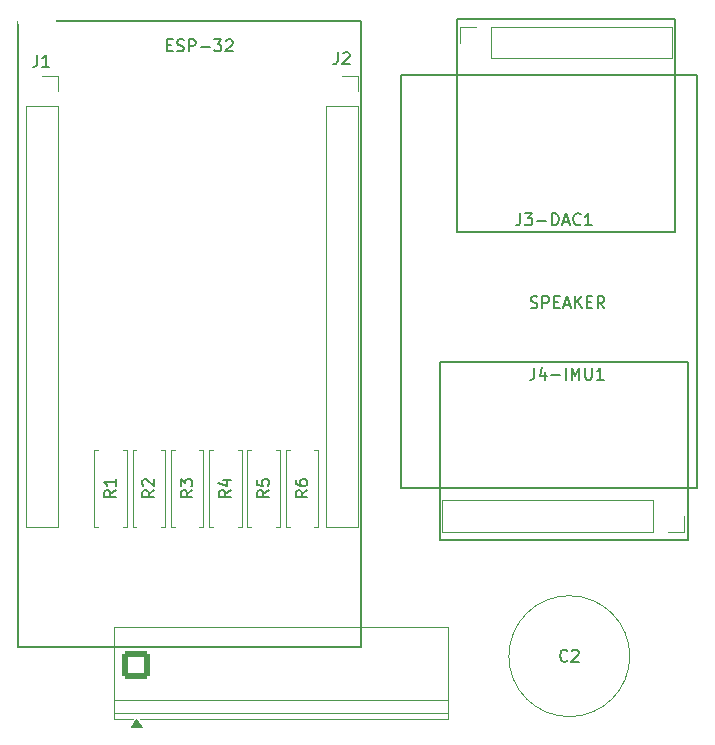
<source format=gto>
%TF.GenerationSoftware,KiCad,Pcbnew,9.0.5*%
%TF.CreationDate,2025-12-28T15:34:22+02:00*%
%TF.ProjectId,base-schematic-02,62617365-2d73-4636-9865-6d617469632d,rev?*%
%TF.SameCoordinates,Original*%
%TF.FileFunction,Legend,Top*%
%TF.FilePolarity,Positive*%
%FSLAX46Y46*%
G04 Gerber Fmt 4.6, Leading zero omitted, Abs format (unit mm)*
G04 Created by KiCad (PCBNEW 9.0.5) date 2025-12-28 15:34:22*
%MOMM*%
%LPD*%
G01*
G04 APERTURE LIST*
G04 Aperture macros list*
%AMRoundRect*
0 Rectangle with rounded corners*
0 $1 Rounding radius*
0 $2 $3 $4 $5 $6 $7 $8 $9 X,Y pos of 4 corners*
0 Add a 4 corners polygon primitive as box body*
4,1,4,$2,$3,$4,$5,$6,$7,$8,$9,$2,$3,0*
0 Add four circle primitives for the rounded corners*
1,1,$1+$1,$2,$3*
1,1,$1+$1,$4,$5*
1,1,$1+$1,$6,$7*
1,1,$1+$1,$8,$9*
0 Add four rect primitives between the rounded corners*
20,1,$1+$1,$2,$3,$4,$5,0*
20,1,$1+$1,$4,$5,$6,$7,0*
20,1,$1+$1,$6,$7,$8,$9,0*
20,1,$1+$1,$8,$9,$2,$3,0*%
G04 Aperture macros list end*
%ADD10C,0.200000*%
%ADD11C,0.150000*%
%ADD12C,0.120000*%
%ADD13R,1.700000X1.700000*%
%ADD14C,1.700000*%
%ADD15C,3.200000*%
%ADD16C,1.600000*%
%ADD17RoundRect,0.250001X-0.949999X-0.949999X0.949999X-0.949999X0.949999X0.949999X-0.949999X0.949999X0*%
%ADD18C,2.400000*%
G04 APERTURE END LIST*
D10*
X87709138Y-82394959D02*
X108709138Y-82394959D01*
X108709138Y-97394959D01*
X87709138Y-97394959D01*
X87709138Y-82394959D01*
X84450000Y-58025000D02*
X109450000Y-58025000D01*
X109450000Y-93025000D01*
X84450000Y-93025000D01*
X84450000Y-58025000D01*
X52000000Y-53460000D02*
X81000000Y-53460000D01*
X81000000Y-106460000D01*
X52000000Y-106460000D01*
X52000000Y-53460000D01*
X89130000Y-53325000D02*
X107630000Y-53325000D01*
X107630000Y-71325000D01*
X89130000Y-71325000D01*
X89130000Y-53325000D01*
D11*
X64588095Y-55531009D02*
X64921428Y-55531009D01*
X65064285Y-56054819D02*
X64588095Y-56054819D01*
X64588095Y-56054819D02*
X64588095Y-55054819D01*
X64588095Y-55054819D02*
X65064285Y-55054819D01*
X65445238Y-56007200D02*
X65588095Y-56054819D01*
X65588095Y-56054819D02*
X65826190Y-56054819D01*
X65826190Y-56054819D02*
X65921428Y-56007200D01*
X65921428Y-56007200D02*
X65969047Y-55959580D01*
X65969047Y-55959580D02*
X66016666Y-55864342D01*
X66016666Y-55864342D02*
X66016666Y-55769104D01*
X66016666Y-55769104D02*
X65969047Y-55673866D01*
X65969047Y-55673866D02*
X65921428Y-55626247D01*
X65921428Y-55626247D02*
X65826190Y-55578628D01*
X65826190Y-55578628D02*
X65635714Y-55531009D01*
X65635714Y-55531009D02*
X65540476Y-55483390D01*
X65540476Y-55483390D02*
X65492857Y-55435771D01*
X65492857Y-55435771D02*
X65445238Y-55340533D01*
X65445238Y-55340533D02*
X65445238Y-55245295D01*
X65445238Y-55245295D02*
X65492857Y-55150057D01*
X65492857Y-55150057D02*
X65540476Y-55102438D01*
X65540476Y-55102438D02*
X65635714Y-55054819D01*
X65635714Y-55054819D02*
X65873809Y-55054819D01*
X65873809Y-55054819D02*
X66016666Y-55102438D01*
X66445238Y-56054819D02*
X66445238Y-55054819D01*
X66445238Y-55054819D02*
X66826190Y-55054819D01*
X66826190Y-55054819D02*
X66921428Y-55102438D01*
X66921428Y-55102438D02*
X66969047Y-55150057D01*
X66969047Y-55150057D02*
X67016666Y-55245295D01*
X67016666Y-55245295D02*
X67016666Y-55388152D01*
X67016666Y-55388152D02*
X66969047Y-55483390D01*
X66969047Y-55483390D02*
X66921428Y-55531009D01*
X66921428Y-55531009D02*
X66826190Y-55578628D01*
X66826190Y-55578628D02*
X66445238Y-55578628D01*
X67445238Y-55673866D02*
X68207143Y-55673866D01*
X68588095Y-55054819D02*
X69207142Y-55054819D01*
X69207142Y-55054819D02*
X68873809Y-55435771D01*
X68873809Y-55435771D02*
X69016666Y-55435771D01*
X69016666Y-55435771D02*
X69111904Y-55483390D01*
X69111904Y-55483390D02*
X69159523Y-55531009D01*
X69159523Y-55531009D02*
X69207142Y-55626247D01*
X69207142Y-55626247D02*
X69207142Y-55864342D01*
X69207142Y-55864342D02*
X69159523Y-55959580D01*
X69159523Y-55959580D02*
X69111904Y-56007200D01*
X69111904Y-56007200D02*
X69016666Y-56054819D01*
X69016666Y-56054819D02*
X68730952Y-56054819D01*
X68730952Y-56054819D02*
X68635714Y-56007200D01*
X68635714Y-56007200D02*
X68588095Y-55959580D01*
X69588095Y-55150057D02*
X69635714Y-55102438D01*
X69635714Y-55102438D02*
X69730952Y-55054819D01*
X69730952Y-55054819D02*
X69969047Y-55054819D01*
X69969047Y-55054819D02*
X70064285Y-55102438D01*
X70064285Y-55102438D02*
X70111904Y-55150057D01*
X70111904Y-55150057D02*
X70159523Y-55245295D01*
X70159523Y-55245295D02*
X70159523Y-55340533D01*
X70159523Y-55340533D02*
X70111904Y-55483390D01*
X70111904Y-55483390D02*
X69540476Y-56054819D01*
X69540476Y-56054819D02*
X70159523Y-56054819D01*
X95380952Y-77757200D02*
X95523809Y-77804819D01*
X95523809Y-77804819D02*
X95761904Y-77804819D01*
X95761904Y-77804819D02*
X95857142Y-77757200D01*
X95857142Y-77757200D02*
X95904761Y-77709580D01*
X95904761Y-77709580D02*
X95952380Y-77614342D01*
X95952380Y-77614342D02*
X95952380Y-77519104D01*
X95952380Y-77519104D02*
X95904761Y-77423866D01*
X95904761Y-77423866D02*
X95857142Y-77376247D01*
X95857142Y-77376247D02*
X95761904Y-77328628D01*
X95761904Y-77328628D02*
X95571428Y-77281009D01*
X95571428Y-77281009D02*
X95476190Y-77233390D01*
X95476190Y-77233390D02*
X95428571Y-77185771D01*
X95428571Y-77185771D02*
X95380952Y-77090533D01*
X95380952Y-77090533D02*
X95380952Y-76995295D01*
X95380952Y-76995295D02*
X95428571Y-76900057D01*
X95428571Y-76900057D02*
X95476190Y-76852438D01*
X95476190Y-76852438D02*
X95571428Y-76804819D01*
X95571428Y-76804819D02*
X95809523Y-76804819D01*
X95809523Y-76804819D02*
X95952380Y-76852438D01*
X96380952Y-77804819D02*
X96380952Y-76804819D01*
X96380952Y-76804819D02*
X96761904Y-76804819D01*
X96761904Y-76804819D02*
X96857142Y-76852438D01*
X96857142Y-76852438D02*
X96904761Y-76900057D01*
X96904761Y-76900057D02*
X96952380Y-76995295D01*
X96952380Y-76995295D02*
X96952380Y-77138152D01*
X96952380Y-77138152D02*
X96904761Y-77233390D01*
X96904761Y-77233390D02*
X96857142Y-77281009D01*
X96857142Y-77281009D02*
X96761904Y-77328628D01*
X96761904Y-77328628D02*
X96380952Y-77328628D01*
X97380952Y-77281009D02*
X97714285Y-77281009D01*
X97857142Y-77804819D02*
X97380952Y-77804819D01*
X97380952Y-77804819D02*
X97380952Y-76804819D01*
X97380952Y-76804819D02*
X97857142Y-76804819D01*
X98238095Y-77519104D02*
X98714285Y-77519104D01*
X98142857Y-77804819D02*
X98476190Y-76804819D01*
X98476190Y-76804819D02*
X98809523Y-77804819D01*
X99142857Y-77804819D02*
X99142857Y-76804819D01*
X99714285Y-77804819D02*
X99285714Y-77233390D01*
X99714285Y-76804819D02*
X99142857Y-77376247D01*
X100142857Y-77281009D02*
X100476190Y-77281009D01*
X100619047Y-77804819D02*
X100142857Y-77804819D01*
X100142857Y-77804819D02*
X100142857Y-76804819D01*
X100142857Y-76804819D02*
X100619047Y-76804819D01*
X101619047Y-77804819D02*
X101285714Y-77328628D01*
X101047619Y-77804819D02*
X101047619Y-76804819D01*
X101047619Y-76804819D02*
X101428571Y-76804819D01*
X101428571Y-76804819D02*
X101523809Y-76852438D01*
X101523809Y-76852438D02*
X101571428Y-76900057D01*
X101571428Y-76900057D02*
X101619047Y-76995295D01*
X101619047Y-76995295D02*
X101619047Y-77138152D01*
X101619047Y-77138152D02*
X101571428Y-77233390D01*
X101571428Y-77233390D02*
X101523809Y-77281009D01*
X101523809Y-77281009D02*
X101428571Y-77328628D01*
X101428571Y-77328628D02*
X101047619Y-77328628D01*
X79066666Y-56144819D02*
X79066666Y-56859104D01*
X79066666Y-56859104D02*
X79019047Y-57001961D01*
X79019047Y-57001961D02*
X78923809Y-57097200D01*
X78923809Y-57097200D02*
X78780952Y-57144819D01*
X78780952Y-57144819D02*
X78685714Y-57144819D01*
X79495238Y-56240057D02*
X79542857Y-56192438D01*
X79542857Y-56192438D02*
X79638095Y-56144819D01*
X79638095Y-56144819D02*
X79876190Y-56144819D01*
X79876190Y-56144819D02*
X79971428Y-56192438D01*
X79971428Y-56192438D02*
X80019047Y-56240057D01*
X80019047Y-56240057D02*
X80066666Y-56335295D01*
X80066666Y-56335295D02*
X80066666Y-56430533D01*
X80066666Y-56430533D02*
X80019047Y-56573390D01*
X80019047Y-56573390D02*
X79447619Y-57144819D01*
X79447619Y-57144819D02*
X80066666Y-57144819D01*
X53606666Y-56374819D02*
X53606666Y-57089104D01*
X53606666Y-57089104D02*
X53559047Y-57231961D01*
X53559047Y-57231961D02*
X53463809Y-57327200D01*
X53463809Y-57327200D02*
X53320952Y-57374819D01*
X53320952Y-57374819D02*
X53225714Y-57374819D01*
X54606666Y-57374819D02*
X54035238Y-57374819D01*
X54320952Y-57374819D02*
X54320952Y-56374819D01*
X54320952Y-56374819D02*
X54225714Y-56517676D01*
X54225714Y-56517676D02*
X54130476Y-56612914D01*
X54130476Y-56612914D02*
X54035238Y-56660533D01*
X63507819Y-93231666D02*
X63031628Y-93564999D01*
X63507819Y-93803094D02*
X62507819Y-93803094D01*
X62507819Y-93803094D02*
X62507819Y-93422142D01*
X62507819Y-93422142D02*
X62555438Y-93326904D01*
X62555438Y-93326904D02*
X62603057Y-93279285D01*
X62603057Y-93279285D02*
X62698295Y-93231666D01*
X62698295Y-93231666D02*
X62841152Y-93231666D01*
X62841152Y-93231666D02*
X62936390Y-93279285D01*
X62936390Y-93279285D02*
X62984009Y-93326904D01*
X62984009Y-93326904D02*
X63031628Y-93422142D01*
X63031628Y-93422142D02*
X63031628Y-93803094D01*
X62603057Y-92850713D02*
X62555438Y-92803094D01*
X62555438Y-92803094D02*
X62507819Y-92707856D01*
X62507819Y-92707856D02*
X62507819Y-92469761D01*
X62507819Y-92469761D02*
X62555438Y-92374523D01*
X62555438Y-92374523D02*
X62603057Y-92326904D01*
X62603057Y-92326904D02*
X62698295Y-92279285D01*
X62698295Y-92279285D02*
X62793533Y-92279285D01*
X62793533Y-92279285D02*
X62936390Y-92326904D01*
X62936390Y-92326904D02*
X63507819Y-92898332D01*
X63507819Y-92898332D02*
X63507819Y-92279285D01*
X60264819Y-93231666D02*
X59788628Y-93564999D01*
X60264819Y-93803094D02*
X59264819Y-93803094D01*
X59264819Y-93803094D02*
X59264819Y-93422142D01*
X59264819Y-93422142D02*
X59312438Y-93326904D01*
X59312438Y-93326904D02*
X59360057Y-93279285D01*
X59360057Y-93279285D02*
X59455295Y-93231666D01*
X59455295Y-93231666D02*
X59598152Y-93231666D01*
X59598152Y-93231666D02*
X59693390Y-93279285D01*
X59693390Y-93279285D02*
X59741009Y-93326904D01*
X59741009Y-93326904D02*
X59788628Y-93422142D01*
X59788628Y-93422142D02*
X59788628Y-93803094D01*
X60264819Y-92279285D02*
X60264819Y-92850713D01*
X60264819Y-92564999D02*
X59264819Y-92564999D01*
X59264819Y-92564999D02*
X59407676Y-92660237D01*
X59407676Y-92660237D02*
X59502914Y-92755475D01*
X59502914Y-92755475D02*
X59550533Y-92850713D01*
X94517857Y-69779819D02*
X94517857Y-70494104D01*
X94517857Y-70494104D02*
X94470238Y-70636961D01*
X94470238Y-70636961D02*
X94375000Y-70732200D01*
X94375000Y-70732200D02*
X94232143Y-70779819D01*
X94232143Y-70779819D02*
X94136905Y-70779819D01*
X94898810Y-69779819D02*
X95517857Y-69779819D01*
X95517857Y-69779819D02*
X95184524Y-70160771D01*
X95184524Y-70160771D02*
X95327381Y-70160771D01*
X95327381Y-70160771D02*
X95422619Y-70208390D01*
X95422619Y-70208390D02*
X95470238Y-70256009D01*
X95470238Y-70256009D02*
X95517857Y-70351247D01*
X95517857Y-70351247D02*
X95517857Y-70589342D01*
X95517857Y-70589342D02*
X95470238Y-70684580D01*
X95470238Y-70684580D02*
X95422619Y-70732200D01*
X95422619Y-70732200D02*
X95327381Y-70779819D01*
X95327381Y-70779819D02*
X95041667Y-70779819D01*
X95041667Y-70779819D02*
X94946429Y-70732200D01*
X94946429Y-70732200D02*
X94898810Y-70684580D01*
X95946429Y-70398866D02*
X96708334Y-70398866D01*
X97184524Y-70779819D02*
X97184524Y-69779819D01*
X97184524Y-69779819D02*
X97422619Y-69779819D01*
X97422619Y-69779819D02*
X97565476Y-69827438D01*
X97565476Y-69827438D02*
X97660714Y-69922676D01*
X97660714Y-69922676D02*
X97708333Y-70017914D01*
X97708333Y-70017914D02*
X97755952Y-70208390D01*
X97755952Y-70208390D02*
X97755952Y-70351247D01*
X97755952Y-70351247D02*
X97708333Y-70541723D01*
X97708333Y-70541723D02*
X97660714Y-70636961D01*
X97660714Y-70636961D02*
X97565476Y-70732200D01*
X97565476Y-70732200D02*
X97422619Y-70779819D01*
X97422619Y-70779819D02*
X97184524Y-70779819D01*
X98136905Y-70494104D02*
X98613095Y-70494104D01*
X98041667Y-70779819D02*
X98375000Y-69779819D01*
X98375000Y-69779819D02*
X98708333Y-70779819D01*
X99613095Y-70684580D02*
X99565476Y-70732200D01*
X99565476Y-70732200D02*
X99422619Y-70779819D01*
X99422619Y-70779819D02*
X99327381Y-70779819D01*
X99327381Y-70779819D02*
X99184524Y-70732200D01*
X99184524Y-70732200D02*
X99089286Y-70636961D01*
X99089286Y-70636961D02*
X99041667Y-70541723D01*
X99041667Y-70541723D02*
X98994048Y-70351247D01*
X98994048Y-70351247D02*
X98994048Y-70208390D01*
X98994048Y-70208390D02*
X99041667Y-70017914D01*
X99041667Y-70017914D02*
X99089286Y-69922676D01*
X99089286Y-69922676D02*
X99184524Y-69827438D01*
X99184524Y-69827438D02*
X99327381Y-69779819D01*
X99327381Y-69779819D02*
X99422619Y-69779819D01*
X99422619Y-69779819D02*
X99565476Y-69827438D01*
X99565476Y-69827438D02*
X99613095Y-69875057D01*
X100565476Y-70779819D02*
X99994048Y-70779819D01*
X100279762Y-70779819D02*
X100279762Y-69779819D01*
X100279762Y-69779819D02*
X100184524Y-69922676D01*
X100184524Y-69922676D02*
X100089286Y-70017914D01*
X100089286Y-70017914D02*
X99994048Y-70065533D01*
X69993819Y-93231666D02*
X69517628Y-93564999D01*
X69993819Y-93803094D02*
X68993819Y-93803094D01*
X68993819Y-93803094D02*
X68993819Y-93422142D01*
X68993819Y-93422142D02*
X69041438Y-93326904D01*
X69041438Y-93326904D02*
X69089057Y-93279285D01*
X69089057Y-93279285D02*
X69184295Y-93231666D01*
X69184295Y-93231666D02*
X69327152Y-93231666D01*
X69327152Y-93231666D02*
X69422390Y-93279285D01*
X69422390Y-93279285D02*
X69470009Y-93326904D01*
X69470009Y-93326904D02*
X69517628Y-93422142D01*
X69517628Y-93422142D02*
X69517628Y-93803094D01*
X69327152Y-92374523D02*
X69993819Y-92374523D01*
X68946200Y-92612618D02*
X69660485Y-92850713D01*
X69660485Y-92850713D02*
X69660485Y-92231666D01*
X98493333Y-107629580D02*
X98445714Y-107677200D01*
X98445714Y-107677200D02*
X98302857Y-107724819D01*
X98302857Y-107724819D02*
X98207619Y-107724819D01*
X98207619Y-107724819D02*
X98064762Y-107677200D01*
X98064762Y-107677200D02*
X97969524Y-107581961D01*
X97969524Y-107581961D02*
X97921905Y-107486723D01*
X97921905Y-107486723D02*
X97874286Y-107296247D01*
X97874286Y-107296247D02*
X97874286Y-107153390D01*
X97874286Y-107153390D02*
X97921905Y-106962914D01*
X97921905Y-106962914D02*
X97969524Y-106867676D01*
X97969524Y-106867676D02*
X98064762Y-106772438D01*
X98064762Y-106772438D02*
X98207619Y-106724819D01*
X98207619Y-106724819D02*
X98302857Y-106724819D01*
X98302857Y-106724819D02*
X98445714Y-106772438D01*
X98445714Y-106772438D02*
X98493333Y-106820057D01*
X98874286Y-106820057D02*
X98921905Y-106772438D01*
X98921905Y-106772438D02*
X99017143Y-106724819D01*
X99017143Y-106724819D02*
X99255238Y-106724819D01*
X99255238Y-106724819D02*
X99350476Y-106772438D01*
X99350476Y-106772438D02*
X99398095Y-106820057D01*
X99398095Y-106820057D02*
X99445714Y-106915295D01*
X99445714Y-106915295D02*
X99445714Y-107010533D01*
X99445714Y-107010533D02*
X99398095Y-107153390D01*
X99398095Y-107153390D02*
X98826667Y-107724819D01*
X98826667Y-107724819D02*
X99445714Y-107724819D01*
X76479819Y-93231666D02*
X76003628Y-93564999D01*
X76479819Y-93803094D02*
X75479819Y-93803094D01*
X75479819Y-93803094D02*
X75479819Y-93422142D01*
X75479819Y-93422142D02*
X75527438Y-93326904D01*
X75527438Y-93326904D02*
X75575057Y-93279285D01*
X75575057Y-93279285D02*
X75670295Y-93231666D01*
X75670295Y-93231666D02*
X75813152Y-93231666D01*
X75813152Y-93231666D02*
X75908390Y-93279285D01*
X75908390Y-93279285D02*
X75956009Y-93326904D01*
X75956009Y-93326904D02*
X76003628Y-93422142D01*
X76003628Y-93422142D02*
X76003628Y-93803094D01*
X75479819Y-92374523D02*
X75479819Y-92564999D01*
X75479819Y-92564999D02*
X75527438Y-92660237D01*
X75527438Y-92660237D02*
X75575057Y-92707856D01*
X75575057Y-92707856D02*
X75717914Y-92803094D01*
X75717914Y-92803094D02*
X75908390Y-92850713D01*
X75908390Y-92850713D02*
X76289342Y-92850713D01*
X76289342Y-92850713D02*
X76384580Y-92803094D01*
X76384580Y-92803094D02*
X76432200Y-92755475D01*
X76432200Y-92755475D02*
X76479819Y-92660237D01*
X76479819Y-92660237D02*
X76479819Y-92469761D01*
X76479819Y-92469761D02*
X76432200Y-92374523D01*
X76432200Y-92374523D02*
X76384580Y-92326904D01*
X76384580Y-92326904D02*
X76289342Y-92279285D01*
X76289342Y-92279285D02*
X76051247Y-92279285D01*
X76051247Y-92279285D02*
X75956009Y-92326904D01*
X75956009Y-92326904D02*
X75908390Y-92374523D01*
X75908390Y-92374523D02*
X75860771Y-92469761D01*
X75860771Y-92469761D02*
X75860771Y-92660237D01*
X75860771Y-92660237D02*
X75908390Y-92755475D01*
X75908390Y-92755475D02*
X75956009Y-92803094D01*
X75956009Y-92803094D02*
X76051247Y-92850713D01*
X73236819Y-93231666D02*
X72760628Y-93564999D01*
X73236819Y-93803094D02*
X72236819Y-93803094D01*
X72236819Y-93803094D02*
X72236819Y-93422142D01*
X72236819Y-93422142D02*
X72284438Y-93326904D01*
X72284438Y-93326904D02*
X72332057Y-93279285D01*
X72332057Y-93279285D02*
X72427295Y-93231666D01*
X72427295Y-93231666D02*
X72570152Y-93231666D01*
X72570152Y-93231666D02*
X72665390Y-93279285D01*
X72665390Y-93279285D02*
X72713009Y-93326904D01*
X72713009Y-93326904D02*
X72760628Y-93422142D01*
X72760628Y-93422142D02*
X72760628Y-93803094D01*
X72236819Y-92326904D02*
X72236819Y-92803094D01*
X72236819Y-92803094D02*
X72713009Y-92850713D01*
X72713009Y-92850713D02*
X72665390Y-92803094D01*
X72665390Y-92803094D02*
X72617771Y-92707856D01*
X72617771Y-92707856D02*
X72617771Y-92469761D01*
X72617771Y-92469761D02*
X72665390Y-92374523D01*
X72665390Y-92374523D02*
X72713009Y-92326904D01*
X72713009Y-92326904D02*
X72808247Y-92279285D01*
X72808247Y-92279285D02*
X73046342Y-92279285D01*
X73046342Y-92279285D02*
X73141580Y-92326904D01*
X73141580Y-92326904D02*
X73189200Y-92374523D01*
X73189200Y-92374523D02*
X73236819Y-92469761D01*
X73236819Y-92469761D02*
X73236819Y-92707856D01*
X73236819Y-92707856D02*
X73189200Y-92803094D01*
X73189200Y-92803094D02*
X73141580Y-92850713D01*
X66750819Y-93231666D02*
X66274628Y-93564999D01*
X66750819Y-93803094D02*
X65750819Y-93803094D01*
X65750819Y-93803094D02*
X65750819Y-93422142D01*
X65750819Y-93422142D02*
X65798438Y-93326904D01*
X65798438Y-93326904D02*
X65846057Y-93279285D01*
X65846057Y-93279285D02*
X65941295Y-93231666D01*
X65941295Y-93231666D02*
X66084152Y-93231666D01*
X66084152Y-93231666D02*
X66179390Y-93279285D01*
X66179390Y-93279285D02*
X66227009Y-93326904D01*
X66227009Y-93326904D02*
X66274628Y-93422142D01*
X66274628Y-93422142D02*
X66274628Y-93803094D01*
X65750819Y-92898332D02*
X65750819Y-92279285D01*
X65750819Y-92279285D02*
X66131771Y-92612618D01*
X66131771Y-92612618D02*
X66131771Y-92469761D01*
X66131771Y-92469761D02*
X66179390Y-92374523D01*
X66179390Y-92374523D02*
X66227009Y-92326904D01*
X66227009Y-92326904D02*
X66322247Y-92279285D01*
X66322247Y-92279285D02*
X66560342Y-92279285D01*
X66560342Y-92279285D02*
X66655580Y-92326904D01*
X66655580Y-92326904D02*
X66703200Y-92374523D01*
X66703200Y-92374523D02*
X66750819Y-92469761D01*
X66750819Y-92469761D02*
X66750819Y-92755475D01*
X66750819Y-92755475D02*
X66703200Y-92850713D01*
X66703200Y-92850713D02*
X66655580Y-92898332D01*
X95707233Y-82849778D02*
X95707233Y-83564063D01*
X95707233Y-83564063D02*
X95659614Y-83706920D01*
X95659614Y-83706920D02*
X95564376Y-83802159D01*
X95564376Y-83802159D02*
X95421519Y-83849778D01*
X95421519Y-83849778D02*
X95326281Y-83849778D01*
X96611995Y-83183111D02*
X96611995Y-83849778D01*
X96373900Y-82802159D02*
X96135805Y-83516444D01*
X96135805Y-83516444D02*
X96754852Y-83516444D01*
X97135805Y-83468825D02*
X97897710Y-83468825D01*
X98373900Y-83849778D02*
X98373900Y-82849778D01*
X98850090Y-83849778D02*
X98850090Y-82849778D01*
X98850090Y-82849778D02*
X99183423Y-83564063D01*
X99183423Y-83564063D02*
X99516756Y-82849778D01*
X99516756Y-82849778D02*
X99516756Y-83849778D01*
X99992947Y-82849778D02*
X99992947Y-83659301D01*
X99992947Y-83659301D02*
X100040566Y-83754539D01*
X100040566Y-83754539D02*
X100088185Y-83802159D01*
X100088185Y-83802159D02*
X100183423Y-83849778D01*
X100183423Y-83849778D02*
X100373899Y-83849778D01*
X100373899Y-83849778D02*
X100469137Y-83802159D01*
X100469137Y-83802159D02*
X100516756Y-83754539D01*
X100516756Y-83754539D02*
X100564375Y-83659301D01*
X100564375Y-83659301D02*
X100564375Y-82849778D01*
X101564375Y-83849778D02*
X100992947Y-83849778D01*
X101278661Y-83849778D02*
X101278661Y-82849778D01*
X101278661Y-82849778D02*
X101183423Y-82992635D01*
X101183423Y-82992635D02*
X101088185Y-83087873D01*
X101088185Y-83087873D02*
X100992947Y-83135492D01*
D12*
%TO.C,J2*%
X78070000Y-60730000D02*
X78070000Y-96350000D01*
X78070000Y-60730000D02*
X80730000Y-60730000D01*
X78070000Y-96350000D02*
X80730000Y-96350000D01*
X79400000Y-58130000D02*
X80730000Y-58130000D01*
X80730000Y-58130000D02*
X80730000Y-59460000D01*
X80730000Y-60730000D02*
X80730000Y-96350000D01*
%TO.C,J1*%
X52670000Y-60730000D02*
X52670000Y-96350000D01*
X52670000Y-60730000D02*
X55330000Y-60730000D01*
X52670000Y-96350000D02*
X55330000Y-96350000D01*
X54000000Y-58130000D02*
X55330000Y-58130000D01*
X55330000Y-58130000D02*
X55330000Y-59460000D01*
X55330000Y-60730000D02*
X55330000Y-96350000D01*
%TO.C,R2*%
X61683000Y-89795000D02*
X61683000Y-96335000D01*
X61683000Y-96335000D02*
X62013000Y-96335000D01*
X62013000Y-89795000D02*
X61683000Y-89795000D01*
X64093000Y-89795000D02*
X64423000Y-89795000D01*
X64423000Y-89795000D02*
X64423000Y-96335000D01*
X64423000Y-96335000D02*
X64093000Y-96335000D01*
%TO.C,R1*%
X58440000Y-89795000D02*
X58440000Y-96335000D01*
X58440000Y-96335000D02*
X58770000Y-96335000D01*
X58770000Y-89795000D02*
X58440000Y-89795000D01*
X60850000Y-89795000D02*
X61180000Y-89795000D01*
X61180000Y-89795000D02*
X61180000Y-96335000D01*
X61180000Y-96335000D02*
X60850000Y-96335000D01*
%TO.C,J3-DAC1*%
X89420000Y-53995000D02*
X90750000Y-53995000D01*
X89420000Y-55325000D02*
X89420000Y-53995000D01*
X92020000Y-53995000D02*
X107320000Y-53995000D01*
X92020000Y-56655000D02*
X92020000Y-53995000D01*
X92020000Y-56655000D02*
X107320000Y-56655000D01*
X107320000Y-56655000D02*
X107320000Y-53995000D01*
%TO.C,R4*%
X68169000Y-89795000D02*
X68169000Y-96335000D01*
X68169000Y-96335000D02*
X68499000Y-96335000D01*
X68499000Y-89795000D02*
X68169000Y-89795000D01*
X70579000Y-89795000D02*
X70909000Y-89795000D01*
X70909000Y-89795000D02*
X70909000Y-96335000D01*
X70909000Y-96335000D02*
X70579000Y-96335000D01*
%TO.C,C2*%
X103780000Y-107270000D02*
G75*
G02*
X93540000Y-107270000I-5120000J0D01*
G01*
X93540000Y-107270000D02*
G75*
G02*
X103780000Y-107270000I5120000J0D01*
G01*
%TO.C,R6*%
X74655000Y-89795000D02*
X74655000Y-96335000D01*
X74655000Y-96335000D02*
X74985000Y-96335000D01*
X74985000Y-89795000D02*
X74655000Y-89795000D01*
X77065000Y-89795000D02*
X77395000Y-89795000D01*
X77395000Y-89795000D02*
X77395000Y-96335000D01*
X77395000Y-96335000D02*
X77065000Y-96335000D01*
%TO.C,R5*%
X71412000Y-89795000D02*
X71412000Y-96335000D01*
X71412000Y-96335000D02*
X71742000Y-96335000D01*
X71742000Y-89795000D02*
X71412000Y-89795000D01*
X73822000Y-89795000D02*
X74152000Y-89795000D01*
X74152000Y-89795000D02*
X74152000Y-96335000D01*
X74152000Y-96335000D02*
X73822000Y-96335000D01*
%TO.C,R3*%
X64926000Y-89795000D02*
X64926000Y-96335000D01*
X64926000Y-96335000D02*
X65256000Y-96335000D01*
X65256000Y-89795000D02*
X64926000Y-89795000D01*
X67336000Y-89795000D02*
X67666000Y-89795000D01*
X67666000Y-89795000D02*
X67666000Y-96335000D01*
X67666000Y-96335000D02*
X67336000Y-96335000D01*
%TO.C,J4*%
X60130000Y-104780000D02*
X88370000Y-104780000D01*
X60130000Y-111000000D02*
X88370000Y-111000000D01*
X60130000Y-112100000D02*
X88370000Y-112100000D01*
X60130000Y-112620000D02*
X60130000Y-104780000D01*
X61700000Y-112620000D02*
X60130000Y-112620000D01*
X88370000Y-104780000D02*
X88370000Y-112620000D01*
X88370000Y-112620000D02*
X62300000Y-112620000D01*
X62440000Y-113230000D02*
X61560000Y-113230000D01*
X62000000Y-112620000D01*
X62440000Y-113230000D01*
G36*
X62440000Y-113230000D02*
G01*
X61560000Y-113230000D01*
X62000000Y-112620000D01*
X62440000Y-113230000D01*
G37*
%TO.C,J4-IMU1*%
X87899138Y-94064959D02*
X87899138Y-96724959D01*
X105739138Y-94064959D02*
X87899138Y-94064959D01*
X105739138Y-94064959D02*
X105739138Y-96724959D01*
X105739138Y-96724959D02*
X87899138Y-96724959D01*
X108339138Y-95394959D02*
X108339138Y-96724959D01*
X108339138Y-96724959D02*
X107009138Y-96724959D01*
%TD*%
%LPC*%
D13*
%TO.C,J2*%
X79400000Y-59460000D03*
D14*
X79400000Y-62000000D03*
X79400000Y-64540000D03*
X79400000Y-67080000D03*
X79400000Y-69620000D03*
X79400000Y-72160000D03*
X79400000Y-74700000D03*
X79400000Y-77240000D03*
X79400000Y-79780000D03*
X79400000Y-82320000D03*
X79400000Y-84860000D03*
X79400000Y-87400000D03*
X79400000Y-89940000D03*
X79400000Y-92480000D03*
X79400000Y-95020000D03*
%TD*%
D13*
%TO.C,J1*%
X54000000Y-59460000D03*
D14*
X54000000Y-62000000D03*
X54000000Y-64540000D03*
X54000000Y-67080000D03*
X54000000Y-69620000D03*
X54000000Y-72160000D03*
X54000000Y-74700000D03*
X54000000Y-77240000D03*
X54000000Y-79780000D03*
X54000000Y-82320000D03*
X54000000Y-84860000D03*
X54000000Y-87400000D03*
X54000000Y-89940000D03*
X54000000Y-92480000D03*
X54000000Y-95020000D03*
%TD*%
D15*
%TO.C,H1*%
X53600000Y-53600000D03*
%TD*%
D16*
%TO.C,R2*%
X63053000Y-89255000D03*
X63053000Y-96875000D03*
%TD*%
%TO.C,R1*%
X59810000Y-89255000D03*
X59810000Y-96875000D03*
%TD*%
D13*
%TO.C,J3-DAC1*%
X90750000Y-55325000D03*
D14*
X93290000Y-55325000D03*
X95830000Y-55325000D03*
X98370000Y-55325000D03*
X100910000Y-55325000D03*
X103450000Y-55325000D03*
X105990000Y-55325000D03*
%TD*%
D15*
%TO.C,H4*%
X53600000Y-111400000D03*
%TD*%
D16*
%TO.C,R4*%
X69539000Y-89255000D03*
X69539000Y-96875000D03*
%TD*%
%TO.C,C2*%
X96160000Y-107270000D03*
X101160000Y-107270000D03*
%TD*%
%TO.C,R6*%
X76025000Y-89255000D03*
X76025000Y-96875000D03*
%TD*%
%TO.C,R5*%
X72782000Y-89255000D03*
X72782000Y-96875000D03*
%TD*%
%TO.C,R3*%
X66296000Y-89255000D03*
X66296000Y-96875000D03*
%TD*%
D17*
%TO.C,J4*%
X62000000Y-108000000D03*
D18*
X65500000Y-108000000D03*
X69000000Y-108000000D03*
X72500000Y-108000000D03*
X76000000Y-108000000D03*
X79500000Y-108000000D03*
X83000000Y-108000000D03*
X86500000Y-108000000D03*
%TD*%
D15*
%TO.C,H3*%
X111450000Y-111430000D03*
%TD*%
%TO.C,H2*%
X111400000Y-53600000D03*
%TD*%
D13*
%TO.C,J4-IMU1*%
X107009138Y-95394959D03*
D14*
X104469138Y-95394959D03*
X101929138Y-95394959D03*
X99389138Y-95394959D03*
X96849138Y-95394959D03*
X94309138Y-95394959D03*
X91769138Y-95394959D03*
X89229138Y-95394959D03*
%TD*%
%LPD*%
M02*

</source>
